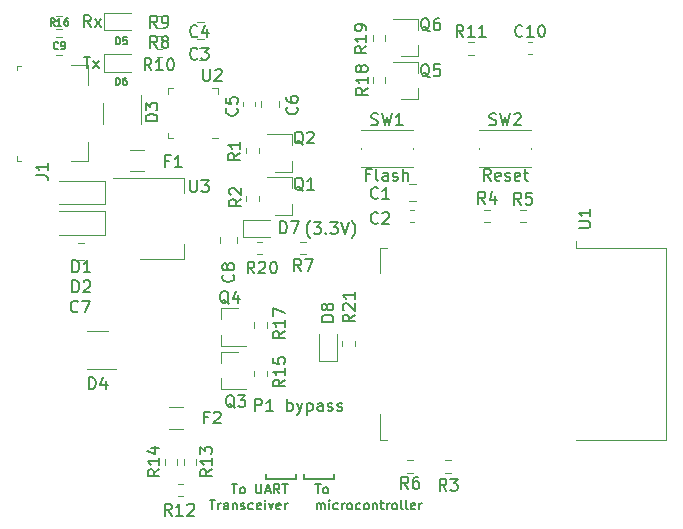
<source format=gbr>
%TF.GenerationSoftware,KiCad,Pcbnew,5.1.12-1.fc35*%
%TF.CreationDate,2021-12-21T00:05:04+01:00*%
%TF.ProjectId,smartmeterreader,736d6172-746d-4657-9465-727265616465,rev?*%
%TF.SameCoordinates,Original*%
%TF.FileFunction,Legend,Top*%
%TF.FilePolarity,Positive*%
%FSLAX46Y46*%
G04 Gerber Fmt 4.6, Leading zero omitted, Abs format (unit mm)*
G04 Created by KiCad (PCBNEW 5.1.12-1.fc35) date 2021-12-21 00:05:04*
%MOMM*%
%LPD*%
G01*
G04 APERTURE LIST*
%ADD10C,0.150000*%
%ADD11C,0.200000*%
%ADD12C,0.120000*%
%ADD13C,0.100000*%
G04 APERTURE END LIST*
D10*
X160261904Y-89202380D02*
X159928571Y-88726190D01*
X159690476Y-89202380D02*
X159690476Y-88202380D01*
X160071428Y-88202380D01*
X160166666Y-88250000D01*
X160214285Y-88297619D01*
X160261904Y-88392857D01*
X160261904Y-88535714D01*
X160214285Y-88630952D01*
X160166666Y-88678571D01*
X160071428Y-88726190D01*
X159690476Y-88726190D01*
X161071428Y-89154761D02*
X160976190Y-89202380D01*
X160785714Y-89202380D01*
X160690476Y-89154761D01*
X160642857Y-89059523D01*
X160642857Y-88678571D01*
X160690476Y-88583333D01*
X160785714Y-88535714D01*
X160976190Y-88535714D01*
X161071428Y-88583333D01*
X161119047Y-88678571D01*
X161119047Y-88773809D01*
X160642857Y-88869047D01*
X161500000Y-89154761D02*
X161595238Y-89202380D01*
X161785714Y-89202380D01*
X161880952Y-89154761D01*
X161928571Y-89059523D01*
X161928571Y-89011904D01*
X161880952Y-88916666D01*
X161785714Y-88869047D01*
X161642857Y-88869047D01*
X161547619Y-88821428D01*
X161500000Y-88726190D01*
X161500000Y-88678571D01*
X161547619Y-88583333D01*
X161642857Y-88535714D01*
X161785714Y-88535714D01*
X161880952Y-88583333D01*
X162738095Y-89154761D02*
X162642857Y-89202380D01*
X162452380Y-89202380D01*
X162357142Y-89154761D01*
X162309523Y-89059523D01*
X162309523Y-88678571D01*
X162357142Y-88583333D01*
X162452380Y-88535714D01*
X162642857Y-88535714D01*
X162738095Y-88583333D01*
X162785714Y-88678571D01*
X162785714Y-88773809D01*
X162309523Y-88869047D01*
X163071428Y-88535714D02*
X163452380Y-88535714D01*
X163214285Y-88202380D02*
X163214285Y-89059523D01*
X163261904Y-89154761D01*
X163357142Y-89202380D01*
X163452380Y-89202380D01*
X150071428Y-88678571D02*
X149738095Y-88678571D01*
X149738095Y-89202380D02*
X149738095Y-88202380D01*
X150214285Y-88202380D01*
X150738095Y-89202380D02*
X150642857Y-89154761D01*
X150595238Y-89059523D01*
X150595238Y-88202380D01*
X151547619Y-89202380D02*
X151547619Y-88678571D01*
X151500000Y-88583333D01*
X151404761Y-88535714D01*
X151214285Y-88535714D01*
X151119047Y-88583333D01*
X151547619Y-89154761D02*
X151452380Y-89202380D01*
X151214285Y-89202380D01*
X151119047Y-89154761D01*
X151071428Y-89059523D01*
X151071428Y-88964285D01*
X151119047Y-88869047D01*
X151214285Y-88821428D01*
X151452380Y-88821428D01*
X151547619Y-88773809D01*
X151976190Y-89154761D02*
X152071428Y-89202380D01*
X152261904Y-89202380D01*
X152357142Y-89154761D01*
X152404761Y-89059523D01*
X152404761Y-89011904D01*
X152357142Y-88916666D01*
X152261904Y-88869047D01*
X152119047Y-88869047D01*
X152023809Y-88821428D01*
X151976190Y-88726190D01*
X151976190Y-88678571D01*
X152023809Y-88583333D01*
X152119047Y-88535714D01*
X152261904Y-88535714D01*
X152357142Y-88583333D01*
X152833333Y-89202380D02*
X152833333Y-88202380D01*
X153261904Y-89202380D02*
X153261904Y-88678571D01*
X153214285Y-88583333D01*
X153119047Y-88535714D01*
X152976190Y-88535714D01*
X152880952Y-88583333D01*
X152833333Y-88630952D01*
X125809523Y-78702380D02*
X126380952Y-78702380D01*
X126095238Y-79702380D02*
X126095238Y-78702380D01*
X126619047Y-79702380D02*
X127142857Y-79035714D01*
X126619047Y-79035714D02*
X127142857Y-79702380D01*
X126404761Y-76202380D02*
X126071428Y-75726190D01*
X125833333Y-76202380D02*
X125833333Y-75202380D01*
X126214285Y-75202380D01*
X126309523Y-75250000D01*
X126357142Y-75297619D01*
X126404761Y-75392857D01*
X126404761Y-75535714D01*
X126357142Y-75630952D01*
X126309523Y-75678571D01*
X126214285Y-75726190D01*
X125833333Y-75726190D01*
X126738095Y-76202380D02*
X127261904Y-75535714D01*
X126738095Y-75535714D02*
X127261904Y-76202380D01*
D11*
X141250000Y-114000000D02*
X141250000Y-114500000D01*
X141250000Y-114500000D02*
X143750000Y-114500000D01*
X143750000Y-114500000D02*
X143750000Y-114000000D01*
X147000000Y-114500000D02*
X147000000Y-114000000D01*
X144500000Y-114500000D02*
X147000000Y-114500000D01*
X144500000Y-114000000D02*
X144500000Y-114500000D01*
D10*
X145423690Y-114886904D02*
X145880833Y-114886904D01*
X145652261Y-115686904D02*
X145652261Y-114886904D01*
X146261785Y-115686904D02*
X146185595Y-115648809D01*
X146147500Y-115610714D01*
X146109404Y-115534523D01*
X146109404Y-115305952D01*
X146147500Y-115229761D01*
X146185595Y-115191666D01*
X146261785Y-115153571D01*
X146376071Y-115153571D01*
X146452261Y-115191666D01*
X146490357Y-115229761D01*
X146528452Y-115305952D01*
X146528452Y-115534523D01*
X146490357Y-115610714D01*
X146452261Y-115648809D01*
X146376071Y-115686904D01*
X146261785Y-115686904D01*
X145537976Y-117036904D02*
X145537976Y-116503571D01*
X145537976Y-116579761D02*
X145576071Y-116541666D01*
X145652261Y-116503571D01*
X145766547Y-116503571D01*
X145842738Y-116541666D01*
X145880833Y-116617857D01*
X145880833Y-117036904D01*
X145880833Y-116617857D02*
X145918928Y-116541666D01*
X145995119Y-116503571D01*
X146109404Y-116503571D01*
X146185595Y-116541666D01*
X146223690Y-116617857D01*
X146223690Y-117036904D01*
X146604642Y-117036904D02*
X146604642Y-116503571D01*
X146604642Y-116236904D02*
X146566547Y-116275000D01*
X146604642Y-116313095D01*
X146642738Y-116275000D01*
X146604642Y-116236904D01*
X146604642Y-116313095D01*
X147328452Y-116998809D02*
X147252261Y-117036904D01*
X147099880Y-117036904D01*
X147023690Y-116998809D01*
X146985595Y-116960714D01*
X146947500Y-116884523D01*
X146947500Y-116655952D01*
X146985595Y-116579761D01*
X147023690Y-116541666D01*
X147099880Y-116503571D01*
X147252261Y-116503571D01*
X147328452Y-116541666D01*
X147671309Y-117036904D02*
X147671309Y-116503571D01*
X147671309Y-116655952D02*
X147709404Y-116579761D01*
X147747500Y-116541666D01*
X147823690Y-116503571D01*
X147899880Y-116503571D01*
X148280833Y-117036904D02*
X148204642Y-116998809D01*
X148166547Y-116960714D01*
X148128452Y-116884523D01*
X148128452Y-116655952D01*
X148166547Y-116579761D01*
X148204642Y-116541666D01*
X148280833Y-116503571D01*
X148395119Y-116503571D01*
X148471309Y-116541666D01*
X148509404Y-116579761D01*
X148547500Y-116655952D01*
X148547500Y-116884523D01*
X148509404Y-116960714D01*
X148471309Y-116998809D01*
X148395119Y-117036904D01*
X148280833Y-117036904D01*
X149233214Y-116998809D02*
X149157023Y-117036904D01*
X149004642Y-117036904D01*
X148928452Y-116998809D01*
X148890357Y-116960714D01*
X148852261Y-116884523D01*
X148852261Y-116655952D01*
X148890357Y-116579761D01*
X148928452Y-116541666D01*
X149004642Y-116503571D01*
X149157023Y-116503571D01*
X149233214Y-116541666D01*
X149690357Y-117036904D02*
X149614166Y-116998809D01*
X149576071Y-116960714D01*
X149537976Y-116884523D01*
X149537976Y-116655952D01*
X149576071Y-116579761D01*
X149614166Y-116541666D01*
X149690357Y-116503571D01*
X149804642Y-116503571D01*
X149880833Y-116541666D01*
X149918928Y-116579761D01*
X149957023Y-116655952D01*
X149957023Y-116884523D01*
X149918928Y-116960714D01*
X149880833Y-116998809D01*
X149804642Y-117036904D01*
X149690357Y-117036904D01*
X150299880Y-116503571D02*
X150299880Y-117036904D01*
X150299880Y-116579761D02*
X150337976Y-116541666D01*
X150414166Y-116503571D01*
X150528452Y-116503571D01*
X150604642Y-116541666D01*
X150642738Y-116617857D01*
X150642738Y-117036904D01*
X150909404Y-116503571D02*
X151214166Y-116503571D01*
X151023690Y-116236904D02*
X151023690Y-116922619D01*
X151061785Y-116998809D01*
X151137976Y-117036904D01*
X151214166Y-117036904D01*
X151480833Y-117036904D02*
X151480833Y-116503571D01*
X151480833Y-116655952D02*
X151518928Y-116579761D01*
X151557023Y-116541666D01*
X151633214Y-116503571D01*
X151709404Y-116503571D01*
X152090357Y-117036904D02*
X152014166Y-116998809D01*
X151976071Y-116960714D01*
X151937976Y-116884523D01*
X151937976Y-116655952D01*
X151976071Y-116579761D01*
X152014166Y-116541666D01*
X152090357Y-116503571D01*
X152204642Y-116503571D01*
X152280833Y-116541666D01*
X152318928Y-116579761D01*
X152357023Y-116655952D01*
X152357023Y-116884523D01*
X152318928Y-116960714D01*
X152280833Y-116998809D01*
X152204642Y-117036904D01*
X152090357Y-117036904D01*
X152814166Y-117036904D02*
X152737976Y-116998809D01*
X152699880Y-116922619D01*
X152699880Y-116236904D01*
X153233214Y-117036904D02*
X153157023Y-116998809D01*
X153118928Y-116922619D01*
X153118928Y-116236904D01*
X153842738Y-116998809D02*
X153766547Y-117036904D01*
X153614166Y-117036904D01*
X153537976Y-116998809D01*
X153499880Y-116922619D01*
X153499880Y-116617857D01*
X153537976Y-116541666D01*
X153614166Y-116503571D01*
X153766547Y-116503571D01*
X153842738Y-116541666D01*
X153880833Y-116617857D01*
X153880833Y-116694047D01*
X153499880Y-116770238D01*
X154223690Y-117036904D02*
X154223690Y-116503571D01*
X154223690Y-116655952D02*
X154261785Y-116579761D01*
X154299880Y-116541666D01*
X154376071Y-116503571D01*
X154452261Y-116503571D01*
X138352500Y-114886904D02*
X138809642Y-114886904D01*
X138581071Y-115686904D02*
X138581071Y-114886904D01*
X139190595Y-115686904D02*
X139114404Y-115648809D01*
X139076309Y-115610714D01*
X139038214Y-115534523D01*
X139038214Y-115305952D01*
X139076309Y-115229761D01*
X139114404Y-115191666D01*
X139190595Y-115153571D01*
X139304880Y-115153571D01*
X139381071Y-115191666D01*
X139419166Y-115229761D01*
X139457261Y-115305952D01*
X139457261Y-115534523D01*
X139419166Y-115610714D01*
X139381071Y-115648809D01*
X139304880Y-115686904D01*
X139190595Y-115686904D01*
X140409642Y-114886904D02*
X140409642Y-115534523D01*
X140447738Y-115610714D01*
X140485833Y-115648809D01*
X140562023Y-115686904D01*
X140714404Y-115686904D01*
X140790595Y-115648809D01*
X140828690Y-115610714D01*
X140866785Y-115534523D01*
X140866785Y-114886904D01*
X141209642Y-115458333D02*
X141590595Y-115458333D01*
X141133452Y-115686904D02*
X141400119Y-114886904D01*
X141666785Y-115686904D01*
X142390595Y-115686904D02*
X142123928Y-115305952D01*
X141933452Y-115686904D02*
X141933452Y-114886904D01*
X142238214Y-114886904D01*
X142314404Y-114925000D01*
X142352500Y-114963095D01*
X142390595Y-115039285D01*
X142390595Y-115153571D01*
X142352500Y-115229761D01*
X142314404Y-115267857D01*
X142238214Y-115305952D01*
X141933452Y-115305952D01*
X142619166Y-114886904D02*
X143076309Y-114886904D01*
X142847738Y-115686904D02*
X142847738Y-114886904D01*
X136485833Y-116236904D02*
X136942976Y-116236904D01*
X136714404Y-117036904D02*
X136714404Y-116236904D01*
X137209642Y-117036904D02*
X137209642Y-116503571D01*
X137209642Y-116655952D02*
X137247738Y-116579761D01*
X137285833Y-116541666D01*
X137362023Y-116503571D01*
X137438214Y-116503571D01*
X138047738Y-117036904D02*
X138047738Y-116617857D01*
X138009642Y-116541666D01*
X137933452Y-116503571D01*
X137781071Y-116503571D01*
X137704880Y-116541666D01*
X138047738Y-116998809D02*
X137971547Y-117036904D01*
X137781071Y-117036904D01*
X137704880Y-116998809D01*
X137666785Y-116922619D01*
X137666785Y-116846428D01*
X137704880Y-116770238D01*
X137781071Y-116732142D01*
X137971547Y-116732142D01*
X138047738Y-116694047D01*
X138428690Y-116503571D02*
X138428690Y-117036904D01*
X138428690Y-116579761D02*
X138466785Y-116541666D01*
X138542976Y-116503571D01*
X138657261Y-116503571D01*
X138733452Y-116541666D01*
X138771547Y-116617857D01*
X138771547Y-117036904D01*
X139114404Y-116998809D02*
X139190595Y-117036904D01*
X139342976Y-117036904D01*
X139419166Y-116998809D01*
X139457261Y-116922619D01*
X139457261Y-116884523D01*
X139419166Y-116808333D01*
X139342976Y-116770238D01*
X139228690Y-116770238D01*
X139152500Y-116732142D01*
X139114404Y-116655952D01*
X139114404Y-116617857D01*
X139152500Y-116541666D01*
X139228690Y-116503571D01*
X139342976Y-116503571D01*
X139419166Y-116541666D01*
X140142976Y-116998809D02*
X140066785Y-117036904D01*
X139914404Y-117036904D01*
X139838214Y-116998809D01*
X139800119Y-116960714D01*
X139762023Y-116884523D01*
X139762023Y-116655952D01*
X139800119Y-116579761D01*
X139838214Y-116541666D01*
X139914404Y-116503571D01*
X140066785Y-116503571D01*
X140142976Y-116541666D01*
X140790595Y-116998809D02*
X140714404Y-117036904D01*
X140562023Y-117036904D01*
X140485833Y-116998809D01*
X140447738Y-116922619D01*
X140447738Y-116617857D01*
X140485833Y-116541666D01*
X140562023Y-116503571D01*
X140714404Y-116503571D01*
X140790595Y-116541666D01*
X140828690Y-116617857D01*
X140828690Y-116694047D01*
X140447738Y-116770238D01*
X141171547Y-117036904D02*
X141171547Y-116503571D01*
X141171547Y-116236904D02*
X141133452Y-116275000D01*
X141171547Y-116313095D01*
X141209642Y-116275000D01*
X141171547Y-116236904D01*
X141171547Y-116313095D01*
X141476309Y-116503571D02*
X141666785Y-117036904D01*
X141857261Y-116503571D01*
X142466785Y-116998809D02*
X142390595Y-117036904D01*
X142238214Y-117036904D01*
X142162023Y-116998809D01*
X142123928Y-116922619D01*
X142123928Y-116617857D01*
X142162023Y-116541666D01*
X142238214Y-116503571D01*
X142390595Y-116503571D01*
X142466785Y-116541666D01*
X142504880Y-116617857D01*
X142504880Y-116694047D01*
X142123928Y-116770238D01*
X142847738Y-117036904D02*
X142847738Y-116503571D01*
X142847738Y-116655952D02*
X142885833Y-116579761D01*
X142923928Y-116541666D01*
X143000119Y-116503571D01*
X143076309Y-116503571D01*
X140333333Y-108702380D02*
X140333333Y-107702380D01*
X140714285Y-107702380D01*
X140809523Y-107750000D01*
X140857142Y-107797619D01*
X140904761Y-107892857D01*
X140904761Y-108035714D01*
X140857142Y-108130952D01*
X140809523Y-108178571D01*
X140714285Y-108226190D01*
X140333333Y-108226190D01*
X141857142Y-108702380D02*
X141285714Y-108702380D01*
X141571428Y-108702380D02*
X141571428Y-107702380D01*
X141476190Y-107845238D01*
X141380952Y-107940476D01*
X141285714Y-107988095D01*
X143047619Y-108702380D02*
X143047619Y-107702380D01*
X143047619Y-108083333D02*
X143142857Y-108035714D01*
X143333333Y-108035714D01*
X143428571Y-108083333D01*
X143476190Y-108130952D01*
X143523809Y-108226190D01*
X143523809Y-108511904D01*
X143476190Y-108607142D01*
X143428571Y-108654761D01*
X143333333Y-108702380D01*
X143142857Y-108702380D01*
X143047619Y-108654761D01*
X143857142Y-108035714D02*
X144095238Y-108702380D01*
X144333333Y-108035714D02*
X144095238Y-108702380D01*
X144000000Y-108940476D01*
X143952380Y-108988095D01*
X143857142Y-109035714D01*
X144714285Y-108035714D02*
X144714285Y-109035714D01*
X144714285Y-108083333D02*
X144809523Y-108035714D01*
X145000000Y-108035714D01*
X145095238Y-108083333D01*
X145142857Y-108130952D01*
X145190476Y-108226190D01*
X145190476Y-108511904D01*
X145142857Y-108607142D01*
X145095238Y-108654761D01*
X145000000Y-108702380D01*
X144809523Y-108702380D01*
X144714285Y-108654761D01*
X146047619Y-108702380D02*
X146047619Y-108178571D01*
X146000000Y-108083333D01*
X145904761Y-108035714D01*
X145714285Y-108035714D01*
X145619047Y-108083333D01*
X146047619Y-108654761D02*
X145952380Y-108702380D01*
X145714285Y-108702380D01*
X145619047Y-108654761D01*
X145571428Y-108559523D01*
X145571428Y-108464285D01*
X145619047Y-108369047D01*
X145714285Y-108321428D01*
X145952380Y-108321428D01*
X146047619Y-108273809D01*
X146476190Y-108654761D02*
X146571428Y-108702380D01*
X146761904Y-108702380D01*
X146857142Y-108654761D01*
X146904761Y-108559523D01*
X146904761Y-108511904D01*
X146857142Y-108416666D01*
X146761904Y-108369047D01*
X146619047Y-108369047D01*
X146523809Y-108321428D01*
X146476190Y-108226190D01*
X146476190Y-108178571D01*
X146523809Y-108083333D01*
X146619047Y-108035714D01*
X146761904Y-108035714D01*
X146857142Y-108083333D01*
X147285714Y-108654761D02*
X147380952Y-108702380D01*
X147571428Y-108702380D01*
X147666666Y-108654761D01*
X147714285Y-108559523D01*
X147714285Y-108511904D01*
X147666666Y-108416666D01*
X147571428Y-108369047D01*
X147428571Y-108369047D01*
X147333333Y-108321428D01*
X147285714Y-108226190D01*
X147285714Y-108178571D01*
X147333333Y-108083333D01*
X147428571Y-108035714D01*
X147571428Y-108035714D01*
X147666666Y-108083333D01*
X144988095Y-94083333D02*
X144940476Y-94035714D01*
X144845238Y-93892857D01*
X144797619Y-93797619D01*
X144750000Y-93654761D01*
X144702380Y-93416666D01*
X144702380Y-93226190D01*
X144750000Y-92988095D01*
X144797619Y-92845238D01*
X144845238Y-92750000D01*
X144940476Y-92607142D01*
X144988095Y-92559523D01*
X145273809Y-92702380D02*
X145892857Y-92702380D01*
X145559523Y-93083333D01*
X145702380Y-93083333D01*
X145797619Y-93130952D01*
X145845238Y-93178571D01*
X145892857Y-93273809D01*
X145892857Y-93511904D01*
X145845238Y-93607142D01*
X145797619Y-93654761D01*
X145702380Y-93702380D01*
X145416666Y-93702380D01*
X145321428Y-93654761D01*
X145273809Y-93607142D01*
X146321428Y-93607142D02*
X146369047Y-93654761D01*
X146321428Y-93702380D01*
X146273809Y-93654761D01*
X146321428Y-93607142D01*
X146321428Y-93702380D01*
X146702380Y-92702380D02*
X147321428Y-92702380D01*
X146988095Y-93083333D01*
X147130952Y-93083333D01*
X147226190Y-93130952D01*
X147273809Y-93178571D01*
X147321428Y-93273809D01*
X147321428Y-93511904D01*
X147273809Y-93607142D01*
X147226190Y-93654761D01*
X147130952Y-93702380D01*
X146845238Y-93702380D01*
X146750000Y-93654761D01*
X146702380Y-93607142D01*
X147607142Y-92702380D02*
X147940476Y-93702380D01*
X148273809Y-92702380D01*
X148511904Y-94083333D02*
X148559523Y-94035714D01*
X148654761Y-93892857D01*
X148702380Y-93797619D01*
X148750000Y-93654761D01*
X148797619Y-93416666D01*
X148797619Y-93226190D01*
X148750000Y-92988095D01*
X148702380Y-92845238D01*
X148654761Y-92750000D01*
X148559523Y-92607142D01*
X148511904Y-92559523D01*
D12*
%TO.C,R21*%
X148772500Y-102762742D02*
X148772500Y-103237258D01*
X147727500Y-102762742D02*
X147727500Y-103237258D01*
%TO.C,R20*%
X140462742Y-94377500D02*
X140937258Y-94377500D01*
X140462742Y-95422500D02*
X140937258Y-95422500D01*
%TO.C,D8*%
X145765000Y-102200000D02*
X145765000Y-104485000D01*
X145765000Y-104485000D02*
X147235000Y-104485000D01*
X147235000Y-104485000D02*
X147235000Y-102200000D01*
%TO.C,D7*%
X141550000Y-92515000D02*
X139265000Y-92515000D01*
X139265000Y-92515000D02*
X139265000Y-93985000D01*
X139265000Y-93985000D02*
X141550000Y-93985000D01*
%TO.C,F2*%
X134202064Y-110210000D02*
X132997936Y-110210000D01*
X134202064Y-108390000D02*
X132997936Y-108390000D01*
%TO.C,F1*%
X130902064Y-88410000D02*
X129697936Y-88410000D01*
X130902064Y-86590000D02*
X129697936Y-86590000D01*
%TO.C,D1*%
X127650000Y-91200000D02*
X127650000Y-89200000D01*
X127650000Y-89200000D02*
X123750000Y-89200000D01*
X127650000Y-91200000D02*
X123750000Y-91200000D01*
%TO.C,SW2*%
X159300000Y-86550000D02*
X159300000Y-86450000D01*
X163700000Y-84950000D02*
X159300000Y-84950000D01*
X159300000Y-88050000D02*
X163700000Y-88050000D01*
X163700000Y-86550000D02*
X163700000Y-86450000D01*
%TO.C,SW1*%
X149300000Y-86550000D02*
X149300000Y-86450000D01*
X153700000Y-84950000D02*
X149300000Y-84950000D01*
X149300000Y-88050000D02*
X153700000Y-88050000D01*
X153700000Y-86550000D02*
X153700000Y-86450000D01*
%TO.C,C10*%
X163453733Y-77490000D02*
X163746267Y-77490000D01*
X163453733Y-78510000D02*
X163746267Y-78510000D01*
%TO.C,U3*%
X134310000Y-95810000D02*
X134310000Y-94550000D01*
X134310000Y-88990000D02*
X134310000Y-90250000D01*
X130550000Y-95810000D02*
X134310000Y-95810000D01*
X128300000Y-88990000D02*
X134310000Y-88990000D01*
%TO.C,U2*%
X133415000Y-85610000D02*
X132940000Y-85610000D01*
X132940000Y-85610000D02*
X132940000Y-85135000D01*
X136685000Y-81390000D02*
X137160000Y-81390000D01*
X137160000Y-81390000D02*
X137160000Y-81865000D01*
X133415000Y-81390000D02*
X132940000Y-81390000D01*
X132940000Y-81390000D02*
X132940000Y-81865000D01*
X136685000Y-85610000D02*
X137160000Y-85610000D01*
%TO.C,U1*%
X175120000Y-94880000D02*
X175120000Y-111120000D01*
X175120000Y-111120000D02*
X167500000Y-111120000D01*
X151500000Y-111120000D02*
X150880000Y-111120000D01*
X150880000Y-111120000D02*
X150880000Y-109000000D01*
X150880000Y-97000000D02*
X150880000Y-94880000D01*
X150880000Y-94880000D02*
X151500000Y-94880000D01*
X167500000Y-94880000D02*
X175120000Y-94880000D01*
X167500000Y-94880000D02*
X167500000Y-94270000D01*
%TO.C,R19*%
X150277500Y-77337258D02*
X150277500Y-76862742D01*
X151322500Y-77337258D02*
X151322500Y-76862742D01*
%TO.C,R18*%
X150277500Y-80937258D02*
X150277500Y-80462742D01*
X151322500Y-80937258D02*
X151322500Y-80462742D01*
%TO.C,R17*%
X140277500Y-101637258D02*
X140277500Y-101162742D01*
X141322500Y-101637258D02*
X141322500Y-101162742D01*
%TO.C,R16*%
X123512742Y-75277500D02*
X123987258Y-75277500D01*
X123512742Y-76322500D02*
X123987258Y-76322500D01*
%TO.C,R15*%
X141322500Y-105287742D02*
X141322500Y-105762258D01*
X140277500Y-105287742D02*
X140277500Y-105762258D01*
%TO.C,R14*%
X132677500Y-113237258D02*
X132677500Y-112762742D01*
X133722500Y-113237258D02*
X133722500Y-112762742D01*
%TO.C,R13*%
X135322500Y-112762742D02*
X135322500Y-113237258D01*
X134277500Y-112762742D02*
X134277500Y-113237258D01*
%TO.C,R12*%
X133762742Y-114877500D02*
X134237258Y-114877500D01*
X133762742Y-115922500D02*
X134237258Y-115922500D01*
%TO.C,R11*%
X158362742Y-77477500D02*
X158837258Y-77477500D01*
X158362742Y-78522500D02*
X158837258Y-78522500D01*
%TO.C,R10*%
X132487258Y-79772500D02*
X132012742Y-79772500D01*
X132487258Y-78727500D02*
X132012742Y-78727500D01*
%TO.C,R9*%
X132487258Y-76272500D02*
X132012742Y-76272500D01*
X132487258Y-75227500D02*
X132012742Y-75227500D01*
%TO.C,R8*%
X132487258Y-78022500D02*
X132012742Y-78022500D01*
X132487258Y-76977500D02*
X132012742Y-76977500D01*
%TO.C,R7*%
X144162742Y-94377500D02*
X144637258Y-94377500D01*
X144162742Y-95422500D02*
X144637258Y-95422500D01*
%TO.C,R6*%
X153687258Y-113922500D02*
X153212742Y-113922500D01*
X153687258Y-112877500D02*
X153212742Y-112877500D01*
%TO.C,R5*%
X162787742Y-91677500D02*
X163262258Y-91677500D01*
X162787742Y-92722500D02*
X163262258Y-92722500D01*
%TO.C,R4*%
X160212258Y-92722500D02*
X159737742Y-92722500D01*
X160212258Y-91677500D02*
X159737742Y-91677500D01*
%TO.C,R3*%
X156412742Y-112877500D02*
X156887258Y-112877500D01*
X156412742Y-113922500D02*
X156887258Y-113922500D01*
%TO.C,R2*%
X140622500Y-90462742D02*
X140622500Y-90937258D01*
X139577500Y-90462742D02*
X139577500Y-90937258D01*
%TO.C,R1*%
X139577500Y-86887258D02*
X139577500Y-86412742D01*
X140622500Y-86887258D02*
X140622500Y-86412742D01*
%TO.C,Q6*%
X154160000Y-78680000D02*
X154160000Y-77750000D01*
X154160000Y-75520000D02*
X154160000Y-76450000D01*
X154160000Y-75520000D02*
X152000000Y-75520000D01*
X154160000Y-78680000D02*
X152700000Y-78680000D01*
%TO.C,Q5*%
X154160000Y-82280000D02*
X154160000Y-81350000D01*
X154160000Y-79120000D02*
X154160000Y-80050000D01*
X154160000Y-79120000D02*
X152000000Y-79120000D01*
X154160000Y-82280000D02*
X152700000Y-82280000D01*
%TO.C,Q4*%
X137440000Y-100020000D02*
X137440000Y-100950000D01*
X137440000Y-103180000D02*
X137440000Y-102250000D01*
X137440000Y-103180000D02*
X139600000Y-103180000D01*
X137440000Y-100020000D02*
X138900000Y-100020000D01*
%TO.C,Q3*%
X137440000Y-103720000D02*
X137440000Y-104650000D01*
X137440000Y-106880000D02*
X137440000Y-105950000D01*
X137440000Y-106880000D02*
X139600000Y-106880000D01*
X137440000Y-103720000D02*
X138900000Y-103720000D01*
%TO.C,Q2*%
X143460000Y-88430000D02*
X143460000Y-87500000D01*
X143460000Y-85270000D02*
X143460000Y-86200000D01*
X143460000Y-85270000D02*
X141300000Y-85270000D01*
X143460000Y-88430000D02*
X142000000Y-88430000D01*
%TO.C,Q1*%
X143460000Y-92080000D02*
X143460000Y-91150000D01*
X143460000Y-88920000D02*
X143460000Y-89850000D01*
X143460000Y-88920000D02*
X141300000Y-88920000D01*
X143460000Y-92080000D02*
X142000000Y-92080000D01*
D13*
%TO.C,J1*%
X126200000Y-79450000D02*
X124750000Y-79450000D01*
X126210000Y-79450000D02*
X126210000Y-81100000D01*
X126220000Y-87560000D02*
X126220000Y-85900000D01*
X126220000Y-87560000D02*
X124750000Y-87560000D01*
X120540000Y-79486676D02*
X120160000Y-79486676D01*
X120160000Y-79486676D02*
X120160000Y-79856676D01*
X120158152Y-87514908D02*
X120158152Y-87144908D01*
X120538152Y-87514908D02*
X120158152Y-87514908D01*
D12*
%TO.C,D6*%
X129800000Y-78515000D02*
X127515000Y-78515000D01*
X127515000Y-78515000D02*
X127515000Y-79985000D01*
X127515000Y-79985000D02*
X129800000Y-79985000D01*
%TO.C,D5*%
X129800000Y-75015000D02*
X127515000Y-75015000D01*
X127515000Y-75015000D02*
X127515000Y-76485000D01*
X127515000Y-76485000D02*
X129800000Y-76485000D01*
%TO.C,D4*%
X127900000Y-101890000D02*
X126100000Y-101890000D01*
X126100000Y-105110000D02*
X128550000Y-105110000D01*
%TO.C,D3*%
X127490000Y-82600000D02*
X127490000Y-84400000D01*
X130710000Y-84400000D02*
X130710000Y-81950000D01*
%TO.C,D2*%
X127650000Y-93800000D02*
X127650000Y-91800000D01*
X127650000Y-91800000D02*
X123750000Y-91800000D01*
X127650000Y-93800000D02*
X123750000Y-93800000D01*
%TO.C,C9*%
X123488748Y-77065000D02*
X124011252Y-77065000D01*
X123488748Y-78535000D02*
X124011252Y-78535000D01*
%TO.C,C8*%
X137365000Y-94461252D02*
X137365000Y-93938748D01*
X138835000Y-94461252D02*
X138835000Y-93938748D01*
%TO.C,C7*%
X125338748Y-94465000D02*
X125861252Y-94465000D01*
X125338748Y-95935000D02*
X125861252Y-95935000D01*
%TO.C,C6*%
X142335000Y-82438748D02*
X142335000Y-82961252D01*
X140865000Y-82438748D02*
X140865000Y-82961252D01*
%TO.C,C5*%
X140310000Y-82553733D02*
X140310000Y-82846267D01*
X139290000Y-82553733D02*
X139290000Y-82846267D01*
%TO.C,C4*%
X135961252Y-77235000D02*
X135438748Y-77235000D01*
X135961252Y-75765000D02*
X135438748Y-75765000D01*
%TO.C,C3*%
X135896267Y-79010000D02*
X135603733Y-79010000D01*
X135896267Y-77990000D02*
X135603733Y-77990000D01*
%TO.C,C2*%
X153453733Y-91690000D02*
X153746267Y-91690000D01*
X153453733Y-92710000D02*
X153746267Y-92710000D01*
%TO.C,C1*%
X153388748Y-89465000D02*
X153911252Y-89465000D01*
X153388748Y-90935000D02*
X153911252Y-90935000D01*
%TO.C,R21*%
D10*
X148752380Y-100542857D02*
X148276190Y-100876190D01*
X148752380Y-101114285D02*
X147752380Y-101114285D01*
X147752380Y-100733333D01*
X147800000Y-100638095D01*
X147847619Y-100590476D01*
X147942857Y-100542857D01*
X148085714Y-100542857D01*
X148180952Y-100590476D01*
X148228571Y-100638095D01*
X148276190Y-100733333D01*
X148276190Y-101114285D01*
X147847619Y-100161904D02*
X147800000Y-100114285D01*
X147752380Y-100019047D01*
X147752380Y-99780952D01*
X147800000Y-99685714D01*
X147847619Y-99638095D01*
X147942857Y-99590476D01*
X148038095Y-99590476D01*
X148180952Y-99638095D01*
X148752380Y-100209523D01*
X148752380Y-99590476D01*
X148752380Y-98638095D02*
X148752380Y-99209523D01*
X148752380Y-98923809D02*
X147752380Y-98923809D01*
X147895238Y-99019047D01*
X147990476Y-99114285D01*
X148038095Y-99209523D01*
%TO.C,R20*%
X140257142Y-97052380D02*
X139923809Y-96576190D01*
X139685714Y-97052380D02*
X139685714Y-96052380D01*
X140066666Y-96052380D01*
X140161904Y-96100000D01*
X140209523Y-96147619D01*
X140257142Y-96242857D01*
X140257142Y-96385714D01*
X140209523Y-96480952D01*
X140161904Y-96528571D01*
X140066666Y-96576190D01*
X139685714Y-96576190D01*
X140638095Y-96147619D02*
X140685714Y-96100000D01*
X140780952Y-96052380D01*
X141019047Y-96052380D01*
X141114285Y-96100000D01*
X141161904Y-96147619D01*
X141209523Y-96242857D01*
X141209523Y-96338095D01*
X141161904Y-96480952D01*
X140590476Y-97052380D01*
X141209523Y-97052380D01*
X141828571Y-96052380D02*
X141923809Y-96052380D01*
X142019047Y-96100000D01*
X142066666Y-96147619D01*
X142114285Y-96242857D01*
X142161904Y-96433333D01*
X142161904Y-96671428D01*
X142114285Y-96861904D01*
X142066666Y-96957142D01*
X142019047Y-97004761D01*
X141923809Y-97052380D01*
X141828571Y-97052380D01*
X141733333Y-97004761D01*
X141685714Y-96957142D01*
X141638095Y-96861904D01*
X141590476Y-96671428D01*
X141590476Y-96433333D01*
X141638095Y-96242857D01*
X141685714Y-96147619D01*
X141733333Y-96100000D01*
X141828571Y-96052380D01*
%TO.C,D8*%
X146952380Y-101138095D02*
X145952380Y-101138095D01*
X145952380Y-100900000D01*
X146000000Y-100757142D01*
X146095238Y-100661904D01*
X146190476Y-100614285D01*
X146380952Y-100566666D01*
X146523809Y-100566666D01*
X146714285Y-100614285D01*
X146809523Y-100661904D01*
X146904761Y-100757142D01*
X146952380Y-100900000D01*
X146952380Y-101138095D01*
X146380952Y-99995238D02*
X146333333Y-100090476D01*
X146285714Y-100138095D01*
X146190476Y-100185714D01*
X146142857Y-100185714D01*
X146047619Y-100138095D01*
X146000000Y-100090476D01*
X145952380Y-99995238D01*
X145952380Y-99804761D01*
X146000000Y-99709523D01*
X146047619Y-99661904D01*
X146142857Y-99614285D01*
X146190476Y-99614285D01*
X146285714Y-99661904D01*
X146333333Y-99709523D01*
X146380952Y-99804761D01*
X146380952Y-99995238D01*
X146428571Y-100090476D01*
X146476190Y-100138095D01*
X146571428Y-100185714D01*
X146761904Y-100185714D01*
X146857142Y-100138095D01*
X146904761Y-100090476D01*
X146952380Y-99995238D01*
X146952380Y-99804761D01*
X146904761Y-99709523D01*
X146857142Y-99661904D01*
X146761904Y-99614285D01*
X146571428Y-99614285D01*
X146476190Y-99661904D01*
X146428571Y-99709523D01*
X146380952Y-99804761D01*
%TO.C,D7*%
X142461904Y-93652380D02*
X142461904Y-92652380D01*
X142700000Y-92652380D01*
X142842857Y-92700000D01*
X142938095Y-92795238D01*
X142985714Y-92890476D01*
X143033333Y-93080952D01*
X143033333Y-93223809D01*
X142985714Y-93414285D01*
X142938095Y-93509523D01*
X142842857Y-93604761D01*
X142700000Y-93652380D01*
X142461904Y-93652380D01*
X143366666Y-92652380D02*
X144033333Y-92652380D01*
X143604761Y-93652380D01*
%TO.C,F2*%
X136366666Y-109228571D02*
X136033333Y-109228571D01*
X136033333Y-109752380D02*
X136033333Y-108752380D01*
X136509523Y-108752380D01*
X136842857Y-108847619D02*
X136890476Y-108800000D01*
X136985714Y-108752380D01*
X137223809Y-108752380D01*
X137319047Y-108800000D01*
X137366666Y-108847619D01*
X137414285Y-108942857D01*
X137414285Y-109038095D01*
X137366666Y-109180952D01*
X136795238Y-109752380D01*
X137414285Y-109752380D01*
%TO.C,F1*%
X133066666Y-87528571D02*
X132733333Y-87528571D01*
X132733333Y-88052380D02*
X132733333Y-87052380D01*
X133209523Y-87052380D01*
X134114285Y-88052380D02*
X133542857Y-88052380D01*
X133828571Y-88052380D02*
X133828571Y-87052380D01*
X133733333Y-87195238D01*
X133638095Y-87290476D01*
X133542857Y-87338095D01*
%TO.C,D1*%
X124861904Y-96952380D02*
X124861904Y-95952380D01*
X125100000Y-95952380D01*
X125242857Y-96000000D01*
X125338095Y-96095238D01*
X125385714Y-96190476D01*
X125433333Y-96380952D01*
X125433333Y-96523809D01*
X125385714Y-96714285D01*
X125338095Y-96809523D01*
X125242857Y-96904761D01*
X125100000Y-96952380D01*
X124861904Y-96952380D01*
X126385714Y-96952380D02*
X125814285Y-96952380D01*
X126100000Y-96952380D02*
X126100000Y-95952380D01*
X126004761Y-96095238D01*
X125909523Y-96190476D01*
X125814285Y-96238095D01*
%TO.C,SW2*%
X160166666Y-84454761D02*
X160309523Y-84502380D01*
X160547619Y-84502380D01*
X160642857Y-84454761D01*
X160690476Y-84407142D01*
X160738095Y-84311904D01*
X160738095Y-84216666D01*
X160690476Y-84121428D01*
X160642857Y-84073809D01*
X160547619Y-84026190D01*
X160357142Y-83978571D01*
X160261904Y-83930952D01*
X160214285Y-83883333D01*
X160166666Y-83788095D01*
X160166666Y-83692857D01*
X160214285Y-83597619D01*
X160261904Y-83550000D01*
X160357142Y-83502380D01*
X160595238Y-83502380D01*
X160738095Y-83550000D01*
X161071428Y-83502380D02*
X161309523Y-84502380D01*
X161500000Y-83788095D01*
X161690476Y-84502380D01*
X161928571Y-83502380D01*
X162261904Y-83597619D02*
X162309523Y-83550000D01*
X162404761Y-83502380D01*
X162642857Y-83502380D01*
X162738095Y-83550000D01*
X162785714Y-83597619D01*
X162833333Y-83692857D01*
X162833333Y-83788095D01*
X162785714Y-83930952D01*
X162214285Y-84502380D01*
X162833333Y-84502380D01*
%TO.C,SW1*%
X150166666Y-84454761D02*
X150309523Y-84502380D01*
X150547619Y-84502380D01*
X150642857Y-84454761D01*
X150690476Y-84407142D01*
X150738095Y-84311904D01*
X150738095Y-84216666D01*
X150690476Y-84121428D01*
X150642857Y-84073809D01*
X150547619Y-84026190D01*
X150357142Y-83978571D01*
X150261904Y-83930952D01*
X150214285Y-83883333D01*
X150166666Y-83788095D01*
X150166666Y-83692857D01*
X150214285Y-83597619D01*
X150261904Y-83550000D01*
X150357142Y-83502380D01*
X150595238Y-83502380D01*
X150738095Y-83550000D01*
X151071428Y-83502380D02*
X151309523Y-84502380D01*
X151500000Y-83788095D01*
X151690476Y-84502380D01*
X151928571Y-83502380D01*
X152833333Y-84502380D02*
X152261904Y-84502380D01*
X152547619Y-84502380D02*
X152547619Y-83502380D01*
X152452380Y-83645238D01*
X152357142Y-83740476D01*
X152261904Y-83788095D01*
%TO.C,C10*%
X162957142Y-76927142D02*
X162909523Y-76974761D01*
X162766666Y-77022380D01*
X162671428Y-77022380D01*
X162528571Y-76974761D01*
X162433333Y-76879523D01*
X162385714Y-76784285D01*
X162338095Y-76593809D01*
X162338095Y-76450952D01*
X162385714Y-76260476D01*
X162433333Y-76165238D01*
X162528571Y-76070000D01*
X162671428Y-76022380D01*
X162766666Y-76022380D01*
X162909523Y-76070000D01*
X162957142Y-76117619D01*
X163909523Y-77022380D02*
X163338095Y-77022380D01*
X163623809Y-77022380D02*
X163623809Y-76022380D01*
X163528571Y-76165238D01*
X163433333Y-76260476D01*
X163338095Y-76308095D01*
X164528571Y-76022380D02*
X164623809Y-76022380D01*
X164719047Y-76070000D01*
X164766666Y-76117619D01*
X164814285Y-76212857D01*
X164861904Y-76403333D01*
X164861904Y-76641428D01*
X164814285Y-76831904D01*
X164766666Y-76927142D01*
X164719047Y-76974761D01*
X164623809Y-77022380D01*
X164528571Y-77022380D01*
X164433333Y-76974761D01*
X164385714Y-76927142D01*
X164338095Y-76831904D01*
X164290476Y-76641428D01*
X164290476Y-76403333D01*
X164338095Y-76212857D01*
X164385714Y-76117619D01*
X164433333Y-76070000D01*
X164528571Y-76022380D01*
%TO.C,U3*%
X134838095Y-89152380D02*
X134838095Y-89961904D01*
X134885714Y-90057142D01*
X134933333Y-90104761D01*
X135028571Y-90152380D01*
X135219047Y-90152380D01*
X135314285Y-90104761D01*
X135361904Y-90057142D01*
X135409523Y-89961904D01*
X135409523Y-89152380D01*
X135790476Y-89152380D02*
X136409523Y-89152380D01*
X136076190Y-89533333D01*
X136219047Y-89533333D01*
X136314285Y-89580952D01*
X136361904Y-89628571D01*
X136409523Y-89723809D01*
X136409523Y-89961904D01*
X136361904Y-90057142D01*
X136314285Y-90104761D01*
X136219047Y-90152380D01*
X135933333Y-90152380D01*
X135838095Y-90104761D01*
X135790476Y-90057142D01*
%TO.C,U2*%
X135938095Y-79752380D02*
X135938095Y-80561904D01*
X135985714Y-80657142D01*
X136033333Y-80704761D01*
X136128571Y-80752380D01*
X136319047Y-80752380D01*
X136414285Y-80704761D01*
X136461904Y-80657142D01*
X136509523Y-80561904D01*
X136509523Y-79752380D01*
X136938095Y-79847619D02*
X136985714Y-79800000D01*
X137080952Y-79752380D01*
X137319047Y-79752380D01*
X137414285Y-79800000D01*
X137461904Y-79847619D01*
X137509523Y-79942857D01*
X137509523Y-80038095D01*
X137461904Y-80180952D01*
X136890476Y-80752380D01*
X137509523Y-80752380D01*
%TO.C,U1*%
X167712380Y-93201904D02*
X168521904Y-93201904D01*
X168617142Y-93154285D01*
X168664761Y-93106666D01*
X168712380Y-93011428D01*
X168712380Y-92820952D01*
X168664761Y-92725714D01*
X168617142Y-92678095D01*
X168521904Y-92630476D01*
X167712380Y-92630476D01*
X168712380Y-91630476D02*
X168712380Y-92201904D01*
X168712380Y-91916190D02*
X167712380Y-91916190D01*
X167855238Y-92011428D01*
X167950476Y-92106666D01*
X167998095Y-92201904D01*
%TO.C,R19*%
X149752380Y-77842857D02*
X149276190Y-78176190D01*
X149752380Y-78414285D02*
X148752380Y-78414285D01*
X148752380Y-78033333D01*
X148800000Y-77938095D01*
X148847619Y-77890476D01*
X148942857Y-77842857D01*
X149085714Y-77842857D01*
X149180952Y-77890476D01*
X149228571Y-77938095D01*
X149276190Y-78033333D01*
X149276190Y-78414285D01*
X149752380Y-76890476D02*
X149752380Y-77461904D01*
X149752380Y-77176190D02*
X148752380Y-77176190D01*
X148895238Y-77271428D01*
X148990476Y-77366666D01*
X149038095Y-77461904D01*
X149752380Y-76414285D02*
X149752380Y-76223809D01*
X149704761Y-76128571D01*
X149657142Y-76080952D01*
X149514285Y-75985714D01*
X149323809Y-75938095D01*
X148942857Y-75938095D01*
X148847619Y-75985714D01*
X148800000Y-76033333D01*
X148752380Y-76128571D01*
X148752380Y-76319047D01*
X148800000Y-76414285D01*
X148847619Y-76461904D01*
X148942857Y-76509523D01*
X149180952Y-76509523D01*
X149276190Y-76461904D01*
X149323809Y-76414285D01*
X149371428Y-76319047D01*
X149371428Y-76128571D01*
X149323809Y-76033333D01*
X149276190Y-75985714D01*
X149180952Y-75938095D01*
%TO.C,R18*%
X149852380Y-81342857D02*
X149376190Y-81676190D01*
X149852380Y-81914285D02*
X148852380Y-81914285D01*
X148852380Y-81533333D01*
X148900000Y-81438095D01*
X148947619Y-81390476D01*
X149042857Y-81342857D01*
X149185714Y-81342857D01*
X149280952Y-81390476D01*
X149328571Y-81438095D01*
X149376190Y-81533333D01*
X149376190Y-81914285D01*
X149852380Y-80390476D02*
X149852380Y-80961904D01*
X149852380Y-80676190D02*
X148852380Y-80676190D01*
X148995238Y-80771428D01*
X149090476Y-80866666D01*
X149138095Y-80961904D01*
X149280952Y-79819047D02*
X149233333Y-79914285D01*
X149185714Y-79961904D01*
X149090476Y-80009523D01*
X149042857Y-80009523D01*
X148947619Y-79961904D01*
X148900000Y-79914285D01*
X148852380Y-79819047D01*
X148852380Y-79628571D01*
X148900000Y-79533333D01*
X148947619Y-79485714D01*
X149042857Y-79438095D01*
X149090476Y-79438095D01*
X149185714Y-79485714D01*
X149233333Y-79533333D01*
X149280952Y-79628571D01*
X149280952Y-79819047D01*
X149328571Y-79914285D01*
X149376190Y-79961904D01*
X149471428Y-80009523D01*
X149661904Y-80009523D01*
X149757142Y-79961904D01*
X149804761Y-79914285D01*
X149852380Y-79819047D01*
X149852380Y-79628571D01*
X149804761Y-79533333D01*
X149757142Y-79485714D01*
X149661904Y-79438095D01*
X149471428Y-79438095D01*
X149376190Y-79485714D01*
X149328571Y-79533333D01*
X149280952Y-79628571D01*
%TO.C,R17*%
X142852380Y-101942857D02*
X142376190Y-102276190D01*
X142852380Y-102514285D02*
X141852380Y-102514285D01*
X141852380Y-102133333D01*
X141900000Y-102038095D01*
X141947619Y-101990476D01*
X142042857Y-101942857D01*
X142185714Y-101942857D01*
X142280952Y-101990476D01*
X142328571Y-102038095D01*
X142376190Y-102133333D01*
X142376190Y-102514285D01*
X142852380Y-100990476D02*
X142852380Y-101561904D01*
X142852380Y-101276190D02*
X141852380Y-101276190D01*
X141995238Y-101371428D01*
X142090476Y-101466666D01*
X142138095Y-101561904D01*
X141852380Y-100657142D02*
X141852380Y-99990476D01*
X142852380Y-100419047D01*
%TO.C,R16*%
X123364285Y-76071428D02*
X123164285Y-75785714D01*
X123021428Y-76071428D02*
X123021428Y-75471428D01*
X123250000Y-75471428D01*
X123307142Y-75500000D01*
X123335714Y-75528571D01*
X123364285Y-75585714D01*
X123364285Y-75671428D01*
X123335714Y-75728571D01*
X123307142Y-75757142D01*
X123250000Y-75785714D01*
X123021428Y-75785714D01*
X123935714Y-76071428D02*
X123592857Y-76071428D01*
X123764285Y-76071428D02*
X123764285Y-75471428D01*
X123707142Y-75557142D01*
X123650000Y-75614285D01*
X123592857Y-75642857D01*
X124450000Y-75471428D02*
X124335714Y-75471428D01*
X124278571Y-75500000D01*
X124250000Y-75528571D01*
X124192857Y-75614285D01*
X124164285Y-75728571D01*
X124164285Y-75957142D01*
X124192857Y-76014285D01*
X124221428Y-76042857D01*
X124278571Y-76071428D01*
X124392857Y-76071428D01*
X124450000Y-76042857D01*
X124478571Y-76014285D01*
X124507142Y-75957142D01*
X124507142Y-75814285D01*
X124478571Y-75757142D01*
X124450000Y-75728571D01*
X124392857Y-75700000D01*
X124278571Y-75700000D01*
X124221428Y-75728571D01*
X124192857Y-75757142D01*
X124164285Y-75814285D01*
%TO.C,R15*%
X142852380Y-106042857D02*
X142376190Y-106376190D01*
X142852380Y-106614285D02*
X141852380Y-106614285D01*
X141852380Y-106233333D01*
X141900000Y-106138095D01*
X141947619Y-106090476D01*
X142042857Y-106042857D01*
X142185714Y-106042857D01*
X142280952Y-106090476D01*
X142328571Y-106138095D01*
X142376190Y-106233333D01*
X142376190Y-106614285D01*
X142852380Y-105090476D02*
X142852380Y-105661904D01*
X142852380Y-105376190D02*
X141852380Y-105376190D01*
X141995238Y-105471428D01*
X142090476Y-105566666D01*
X142138095Y-105661904D01*
X141852380Y-104185714D02*
X141852380Y-104661904D01*
X142328571Y-104709523D01*
X142280952Y-104661904D01*
X142233333Y-104566666D01*
X142233333Y-104328571D01*
X142280952Y-104233333D01*
X142328571Y-104185714D01*
X142423809Y-104138095D01*
X142661904Y-104138095D01*
X142757142Y-104185714D01*
X142804761Y-104233333D01*
X142852380Y-104328571D01*
X142852380Y-104566666D01*
X142804761Y-104661904D01*
X142757142Y-104709523D01*
%TO.C,R14*%
X132222380Y-113642857D02*
X131746190Y-113976190D01*
X132222380Y-114214285D02*
X131222380Y-114214285D01*
X131222380Y-113833333D01*
X131270000Y-113738095D01*
X131317619Y-113690476D01*
X131412857Y-113642857D01*
X131555714Y-113642857D01*
X131650952Y-113690476D01*
X131698571Y-113738095D01*
X131746190Y-113833333D01*
X131746190Y-114214285D01*
X132222380Y-112690476D02*
X132222380Y-113261904D01*
X132222380Y-112976190D02*
X131222380Y-112976190D01*
X131365238Y-113071428D01*
X131460476Y-113166666D01*
X131508095Y-113261904D01*
X131555714Y-111833333D02*
X132222380Y-111833333D01*
X131174761Y-112071428D02*
X131889047Y-112309523D01*
X131889047Y-111690476D01*
%TO.C,R13*%
X136682380Y-113642857D02*
X136206190Y-113976190D01*
X136682380Y-114214285D02*
X135682380Y-114214285D01*
X135682380Y-113833333D01*
X135730000Y-113738095D01*
X135777619Y-113690476D01*
X135872857Y-113642857D01*
X136015714Y-113642857D01*
X136110952Y-113690476D01*
X136158571Y-113738095D01*
X136206190Y-113833333D01*
X136206190Y-114214285D01*
X136682380Y-112690476D02*
X136682380Y-113261904D01*
X136682380Y-112976190D02*
X135682380Y-112976190D01*
X135825238Y-113071428D01*
X135920476Y-113166666D01*
X135968095Y-113261904D01*
X135682380Y-112357142D02*
X135682380Y-111738095D01*
X136063333Y-112071428D01*
X136063333Y-111928571D01*
X136110952Y-111833333D01*
X136158571Y-111785714D01*
X136253809Y-111738095D01*
X136491904Y-111738095D01*
X136587142Y-111785714D01*
X136634761Y-111833333D01*
X136682380Y-111928571D01*
X136682380Y-112214285D01*
X136634761Y-112309523D01*
X136587142Y-112357142D01*
%TO.C,R12*%
X133257142Y-117552380D02*
X132923809Y-117076190D01*
X132685714Y-117552380D02*
X132685714Y-116552380D01*
X133066666Y-116552380D01*
X133161904Y-116600000D01*
X133209523Y-116647619D01*
X133257142Y-116742857D01*
X133257142Y-116885714D01*
X133209523Y-116980952D01*
X133161904Y-117028571D01*
X133066666Y-117076190D01*
X132685714Y-117076190D01*
X134209523Y-117552380D02*
X133638095Y-117552380D01*
X133923809Y-117552380D02*
X133923809Y-116552380D01*
X133828571Y-116695238D01*
X133733333Y-116790476D01*
X133638095Y-116838095D01*
X134590476Y-116647619D02*
X134638095Y-116600000D01*
X134733333Y-116552380D01*
X134971428Y-116552380D01*
X135066666Y-116600000D01*
X135114285Y-116647619D01*
X135161904Y-116742857D01*
X135161904Y-116838095D01*
X135114285Y-116980952D01*
X134542857Y-117552380D01*
X135161904Y-117552380D01*
%TO.C,R11*%
X157957142Y-77022380D02*
X157623809Y-76546190D01*
X157385714Y-77022380D02*
X157385714Y-76022380D01*
X157766666Y-76022380D01*
X157861904Y-76070000D01*
X157909523Y-76117619D01*
X157957142Y-76212857D01*
X157957142Y-76355714D01*
X157909523Y-76450952D01*
X157861904Y-76498571D01*
X157766666Y-76546190D01*
X157385714Y-76546190D01*
X158909523Y-77022380D02*
X158338095Y-77022380D01*
X158623809Y-77022380D02*
X158623809Y-76022380D01*
X158528571Y-76165238D01*
X158433333Y-76260476D01*
X158338095Y-76308095D01*
X159861904Y-77022380D02*
X159290476Y-77022380D01*
X159576190Y-77022380D02*
X159576190Y-76022380D01*
X159480952Y-76165238D01*
X159385714Y-76260476D01*
X159290476Y-76308095D01*
%TO.C,R10*%
X131557142Y-79852380D02*
X131223809Y-79376190D01*
X130985714Y-79852380D02*
X130985714Y-78852380D01*
X131366666Y-78852380D01*
X131461904Y-78900000D01*
X131509523Y-78947619D01*
X131557142Y-79042857D01*
X131557142Y-79185714D01*
X131509523Y-79280952D01*
X131461904Y-79328571D01*
X131366666Y-79376190D01*
X130985714Y-79376190D01*
X132509523Y-79852380D02*
X131938095Y-79852380D01*
X132223809Y-79852380D02*
X132223809Y-78852380D01*
X132128571Y-78995238D01*
X132033333Y-79090476D01*
X131938095Y-79138095D01*
X133128571Y-78852380D02*
X133223809Y-78852380D01*
X133319047Y-78900000D01*
X133366666Y-78947619D01*
X133414285Y-79042857D01*
X133461904Y-79233333D01*
X133461904Y-79471428D01*
X133414285Y-79661904D01*
X133366666Y-79757142D01*
X133319047Y-79804761D01*
X133223809Y-79852380D01*
X133128571Y-79852380D01*
X133033333Y-79804761D01*
X132985714Y-79757142D01*
X132938095Y-79661904D01*
X132890476Y-79471428D01*
X132890476Y-79233333D01*
X132938095Y-79042857D01*
X132985714Y-78947619D01*
X133033333Y-78900000D01*
X133128571Y-78852380D01*
%TO.C,R9*%
X132033333Y-76252380D02*
X131700000Y-75776190D01*
X131461904Y-76252380D02*
X131461904Y-75252380D01*
X131842857Y-75252380D01*
X131938095Y-75300000D01*
X131985714Y-75347619D01*
X132033333Y-75442857D01*
X132033333Y-75585714D01*
X131985714Y-75680952D01*
X131938095Y-75728571D01*
X131842857Y-75776190D01*
X131461904Y-75776190D01*
X132509523Y-76252380D02*
X132700000Y-76252380D01*
X132795238Y-76204761D01*
X132842857Y-76157142D01*
X132938095Y-76014285D01*
X132985714Y-75823809D01*
X132985714Y-75442857D01*
X132938095Y-75347619D01*
X132890476Y-75300000D01*
X132795238Y-75252380D01*
X132604761Y-75252380D01*
X132509523Y-75300000D01*
X132461904Y-75347619D01*
X132414285Y-75442857D01*
X132414285Y-75680952D01*
X132461904Y-75776190D01*
X132509523Y-75823809D01*
X132604761Y-75871428D01*
X132795238Y-75871428D01*
X132890476Y-75823809D01*
X132938095Y-75776190D01*
X132985714Y-75680952D01*
%TO.C,R8*%
X132033333Y-77952380D02*
X131700000Y-77476190D01*
X131461904Y-77952380D02*
X131461904Y-76952380D01*
X131842857Y-76952380D01*
X131938095Y-77000000D01*
X131985714Y-77047619D01*
X132033333Y-77142857D01*
X132033333Y-77285714D01*
X131985714Y-77380952D01*
X131938095Y-77428571D01*
X131842857Y-77476190D01*
X131461904Y-77476190D01*
X132604761Y-77380952D02*
X132509523Y-77333333D01*
X132461904Y-77285714D01*
X132414285Y-77190476D01*
X132414285Y-77142857D01*
X132461904Y-77047619D01*
X132509523Y-77000000D01*
X132604761Y-76952380D01*
X132795238Y-76952380D01*
X132890476Y-77000000D01*
X132938095Y-77047619D01*
X132985714Y-77142857D01*
X132985714Y-77190476D01*
X132938095Y-77285714D01*
X132890476Y-77333333D01*
X132795238Y-77380952D01*
X132604761Y-77380952D01*
X132509523Y-77428571D01*
X132461904Y-77476190D01*
X132414285Y-77571428D01*
X132414285Y-77761904D01*
X132461904Y-77857142D01*
X132509523Y-77904761D01*
X132604761Y-77952380D01*
X132795238Y-77952380D01*
X132890476Y-77904761D01*
X132938095Y-77857142D01*
X132985714Y-77761904D01*
X132985714Y-77571428D01*
X132938095Y-77476190D01*
X132890476Y-77428571D01*
X132795238Y-77380952D01*
%TO.C,R7*%
X144233333Y-96852380D02*
X143900000Y-96376190D01*
X143661904Y-96852380D02*
X143661904Y-95852380D01*
X144042857Y-95852380D01*
X144138095Y-95900000D01*
X144185714Y-95947619D01*
X144233333Y-96042857D01*
X144233333Y-96185714D01*
X144185714Y-96280952D01*
X144138095Y-96328571D01*
X144042857Y-96376190D01*
X143661904Y-96376190D01*
X144566666Y-95852380D02*
X145233333Y-95852380D01*
X144804761Y-96852380D01*
%TO.C,R6*%
X153283333Y-115282380D02*
X152950000Y-114806190D01*
X152711904Y-115282380D02*
X152711904Y-114282380D01*
X153092857Y-114282380D01*
X153188095Y-114330000D01*
X153235714Y-114377619D01*
X153283333Y-114472857D01*
X153283333Y-114615714D01*
X153235714Y-114710952D01*
X153188095Y-114758571D01*
X153092857Y-114806190D01*
X152711904Y-114806190D01*
X154140476Y-114282380D02*
X153950000Y-114282380D01*
X153854761Y-114330000D01*
X153807142Y-114377619D01*
X153711904Y-114520476D01*
X153664285Y-114710952D01*
X153664285Y-115091904D01*
X153711904Y-115187142D01*
X153759523Y-115234761D01*
X153854761Y-115282380D01*
X154045238Y-115282380D01*
X154140476Y-115234761D01*
X154188095Y-115187142D01*
X154235714Y-115091904D01*
X154235714Y-114853809D01*
X154188095Y-114758571D01*
X154140476Y-114710952D01*
X154045238Y-114663333D01*
X153854761Y-114663333D01*
X153759523Y-114710952D01*
X153711904Y-114758571D01*
X153664285Y-114853809D01*
%TO.C,R5*%
X162858333Y-91222380D02*
X162525000Y-90746190D01*
X162286904Y-91222380D02*
X162286904Y-90222380D01*
X162667857Y-90222380D01*
X162763095Y-90270000D01*
X162810714Y-90317619D01*
X162858333Y-90412857D01*
X162858333Y-90555714D01*
X162810714Y-90650952D01*
X162763095Y-90698571D01*
X162667857Y-90746190D01*
X162286904Y-90746190D01*
X163763095Y-90222380D02*
X163286904Y-90222380D01*
X163239285Y-90698571D01*
X163286904Y-90650952D01*
X163382142Y-90603333D01*
X163620238Y-90603333D01*
X163715476Y-90650952D01*
X163763095Y-90698571D01*
X163810714Y-90793809D01*
X163810714Y-91031904D01*
X163763095Y-91127142D01*
X163715476Y-91174761D01*
X163620238Y-91222380D01*
X163382142Y-91222380D01*
X163286904Y-91174761D01*
X163239285Y-91127142D01*
%TO.C,R4*%
X159808333Y-91152380D02*
X159475000Y-90676190D01*
X159236904Y-91152380D02*
X159236904Y-90152380D01*
X159617857Y-90152380D01*
X159713095Y-90200000D01*
X159760714Y-90247619D01*
X159808333Y-90342857D01*
X159808333Y-90485714D01*
X159760714Y-90580952D01*
X159713095Y-90628571D01*
X159617857Y-90676190D01*
X159236904Y-90676190D01*
X160665476Y-90485714D02*
X160665476Y-91152380D01*
X160427380Y-90104761D02*
X160189285Y-90819047D01*
X160808333Y-90819047D01*
%TO.C,R3*%
X156533333Y-115452380D02*
X156200000Y-114976190D01*
X155961904Y-115452380D02*
X155961904Y-114452380D01*
X156342857Y-114452380D01*
X156438095Y-114500000D01*
X156485714Y-114547619D01*
X156533333Y-114642857D01*
X156533333Y-114785714D01*
X156485714Y-114880952D01*
X156438095Y-114928571D01*
X156342857Y-114976190D01*
X155961904Y-114976190D01*
X156866666Y-114452380D02*
X157485714Y-114452380D01*
X157152380Y-114833333D01*
X157295238Y-114833333D01*
X157390476Y-114880952D01*
X157438095Y-114928571D01*
X157485714Y-115023809D01*
X157485714Y-115261904D01*
X157438095Y-115357142D01*
X157390476Y-115404761D01*
X157295238Y-115452380D01*
X157009523Y-115452380D01*
X156914285Y-115404761D01*
X156866666Y-115357142D01*
%TO.C,R2*%
X139152380Y-90766666D02*
X138676190Y-91100000D01*
X139152380Y-91338095D02*
X138152380Y-91338095D01*
X138152380Y-90957142D01*
X138200000Y-90861904D01*
X138247619Y-90814285D01*
X138342857Y-90766666D01*
X138485714Y-90766666D01*
X138580952Y-90814285D01*
X138628571Y-90861904D01*
X138676190Y-90957142D01*
X138676190Y-91338095D01*
X138247619Y-90385714D02*
X138200000Y-90338095D01*
X138152380Y-90242857D01*
X138152380Y-90004761D01*
X138200000Y-89909523D01*
X138247619Y-89861904D01*
X138342857Y-89814285D01*
X138438095Y-89814285D01*
X138580952Y-89861904D01*
X139152380Y-90433333D01*
X139152380Y-89814285D01*
%TO.C,R1*%
X139052380Y-86866666D02*
X138576190Y-87200000D01*
X139052380Y-87438095D02*
X138052380Y-87438095D01*
X138052380Y-87057142D01*
X138100000Y-86961904D01*
X138147619Y-86914285D01*
X138242857Y-86866666D01*
X138385714Y-86866666D01*
X138480952Y-86914285D01*
X138528571Y-86961904D01*
X138576190Y-87057142D01*
X138576190Y-87438095D01*
X139052380Y-85914285D02*
X139052380Y-86485714D01*
X139052380Y-86200000D02*
X138052380Y-86200000D01*
X138195238Y-86295238D01*
X138290476Y-86390476D01*
X138338095Y-86485714D01*
%TO.C,Q6*%
X155104761Y-76547619D02*
X155009523Y-76500000D01*
X154914285Y-76404761D01*
X154771428Y-76261904D01*
X154676190Y-76214285D01*
X154580952Y-76214285D01*
X154628571Y-76452380D02*
X154533333Y-76404761D01*
X154438095Y-76309523D01*
X154390476Y-76119047D01*
X154390476Y-75785714D01*
X154438095Y-75595238D01*
X154533333Y-75500000D01*
X154628571Y-75452380D01*
X154819047Y-75452380D01*
X154914285Y-75500000D01*
X155009523Y-75595238D01*
X155057142Y-75785714D01*
X155057142Y-76119047D01*
X155009523Y-76309523D01*
X154914285Y-76404761D01*
X154819047Y-76452380D01*
X154628571Y-76452380D01*
X155914285Y-75452380D02*
X155723809Y-75452380D01*
X155628571Y-75500000D01*
X155580952Y-75547619D01*
X155485714Y-75690476D01*
X155438095Y-75880952D01*
X155438095Y-76261904D01*
X155485714Y-76357142D01*
X155533333Y-76404761D01*
X155628571Y-76452380D01*
X155819047Y-76452380D01*
X155914285Y-76404761D01*
X155961904Y-76357142D01*
X156009523Y-76261904D01*
X156009523Y-76023809D01*
X155961904Y-75928571D01*
X155914285Y-75880952D01*
X155819047Y-75833333D01*
X155628571Y-75833333D01*
X155533333Y-75880952D01*
X155485714Y-75928571D01*
X155438095Y-76023809D01*
%TO.C,Q5*%
X155104761Y-80447619D02*
X155009523Y-80400000D01*
X154914285Y-80304761D01*
X154771428Y-80161904D01*
X154676190Y-80114285D01*
X154580952Y-80114285D01*
X154628571Y-80352380D02*
X154533333Y-80304761D01*
X154438095Y-80209523D01*
X154390476Y-80019047D01*
X154390476Y-79685714D01*
X154438095Y-79495238D01*
X154533333Y-79400000D01*
X154628571Y-79352380D01*
X154819047Y-79352380D01*
X154914285Y-79400000D01*
X155009523Y-79495238D01*
X155057142Y-79685714D01*
X155057142Y-80019047D01*
X155009523Y-80209523D01*
X154914285Y-80304761D01*
X154819047Y-80352380D01*
X154628571Y-80352380D01*
X155961904Y-79352380D02*
X155485714Y-79352380D01*
X155438095Y-79828571D01*
X155485714Y-79780952D01*
X155580952Y-79733333D01*
X155819047Y-79733333D01*
X155914285Y-79780952D01*
X155961904Y-79828571D01*
X156009523Y-79923809D01*
X156009523Y-80161904D01*
X155961904Y-80257142D01*
X155914285Y-80304761D01*
X155819047Y-80352380D01*
X155580952Y-80352380D01*
X155485714Y-80304761D01*
X155438095Y-80257142D01*
%TO.C,Q4*%
X138104761Y-99647619D02*
X138009523Y-99600000D01*
X137914285Y-99504761D01*
X137771428Y-99361904D01*
X137676190Y-99314285D01*
X137580952Y-99314285D01*
X137628571Y-99552380D02*
X137533333Y-99504761D01*
X137438095Y-99409523D01*
X137390476Y-99219047D01*
X137390476Y-98885714D01*
X137438095Y-98695238D01*
X137533333Y-98600000D01*
X137628571Y-98552380D01*
X137819047Y-98552380D01*
X137914285Y-98600000D01*
X138009523Y-98695238D01*
X138057142Y-98885714D01*
X138057142Y-99219047D01*
X138009523Y-99409523D01*
X137914285Y-99504761D01*
X137819047Y-99552380D01*
X137628571Y-99552380D01*
X138914285Y-98885714D02*
X138914285Y-99552380D01*
X138676190Y-98504761D02*
X138438095Y-99219047D01*
X139057142Y-99219047D01*
%TO.C,Q3*%
X138604761Y-108447619D02*
X138509523Y-108400000D01*
X138414285Y-108304761D01*
X138271428Y-108161904D01*
X138176190Y-108114285D01*
X138080952Y-108114285D01*
X138128571Y-108352380D02*
X138033333Y-108304761D01*
X137938095Y-108209523D01*
X137890476Y-108019047D01*
X137890476Y-107685714D01*
X137938095Y-107495238D01*
X138033333Y-107400000D01*
X138128571Y-107352380D01*
X138319047Y-107352380D01*
X138414285Y-107400000D01*
X138509523Y-107495238D01*
X138557142Y-107685714D01*
X138557142Y-108019047D01*
X138509523Y-108209523D01*
X138414285Y-108304761D01*
X138319047Y-108352380D01*
X138128571Y-108352380D01*
X138890476Y-107352380D02*
X139509523Y-107352380D01*
X139176190Y-107733333D01*
X139319047Y-107733333D01*
X139414285Y-107780952D01*
X139461904Y-107828571D01*
X139509523Y-107923809D01*
X139509523Y-108161904D01*
X139461904Y-108257142D01*
X139414285Y-108304761D01*
X139319047Y-108352380D01*
X139033333Y-108352380D01*
X138938095Y-108304761D01*
X138890476Y-108257142D01*
%TO.C,Q2*%
X144404761Y-86147619D02*
X144309523Y-86100000D01*
X144214285Y-86004761D01*
X144071428Y-85861904D01*
X143976190Y-85814285D01*
X143880952Y-85814285D01*
X143928571Y-86052380D02*
X143833333Y-86004761D01*
X143738095Y-85909523D01*
X143690476Y-85719047D01*
X143690476Y-85385714D01*
X143738095Y-85195238D01*
X143833333Y-85100000D01*
X143928571Y-85052380D01*
X144119047Y-85052380D01*
X144214285Y-85100000D01*
X144309523Y-85195238D01*
X144357142Y-85385714D01*
X144357142Y-85719047D01*
X144309523Y-85909523D01*
X144214285Y-86004761D01*
X144119047Y-86052380D01*
X143928571Y-86052380D01*
X144738095Y-85147619D02*
X144785714Y-85100000D01*
X144880952Y-85052380D01*
X145119047Y-85052380D01*
X145214285Y-85100000D01*
X145261904Y-85147619D01*
X145309523Y-85242857D01*
X145309523Y-85338095D01*
X145261904Y-85480952D01*
X144690476Y-86052380D01*
X145309523Y-86052380D01*
%TO.C,Q1*%
X144404761Y-90047619D02*
X144309523Y-90000000D01*
X144214285Y-89904761D01*
X144071428Y-89761904D01*
X143976190Y-89714285D01*
X143880952Y-89714285D01*
X143928571Y-89952380D02*
X143833333Y-89904761D01*
X143738095Y-89809523D01*
X143690476Y-89619047D01*
X143690476Y-89285714D01*
X143738095Y-89095238D01*
X143833333Y-89000000D01*
X143928571Y-88952380D01*
X144119047Y-88952380D01*
X144214285Y-89000000D01*
X144309523Y-89095238D01*
X144357142Y-89285714D01*
X144357142Y-89619047D01*
X144309523Y-89809523D01*
X144214285Y-89904761D01*
X144119047Y-89952380D01*
X143928571Y-89952380D01*
X145309523Y-89952380D02*
X144738095Y-89952380D01*
X145023809Y-89952380D02*
X145023809Y-88952380D01*
X144928571Y-89095238D01*
X144833333Y-89190476D01*
X144738095Y-89238095D01*
%TO.C,J1*%
X121752380Y-88733333D02*
X122466666Y-88733333D01*
X122609523Y-88780952D01*
X122704761Y-88876190D01*
X122752380Y-89019047D01*
X122752380Y-89114285D01*
X122752380Y-87733333D02*
X122752380Y-88304761D01*
X122752380Y-88019047D02*
X121752380Y-88019047D01*
X121895238Y-88114285D01*
X121990476Y-88209523D01*
X122038095Y-88304761D01*
%TO.C,D6*%
X128557142Y-81071428D02*
X128557142Y-80471428D01*
X128700000Y-80471428D01*
X128785714Y-80500000D01*
X128842857Y-80557142D01*
X128871428Y-80614285D01*
X128900000Y-80728571D01*
X128900000Y-80814285D01*
X128871428Y-80928571D01*
X128842857Y-80985714D01*
X128785714Y-81042857D01*
X128700000Y-81071428D01*
X128557142Y-81071428D01*
X129414285Y-80471428D02*
X129300000Y-80471428D01*
X129242857Y-80500000D01*
X129214285Y-80528571D01*
X129157142Y-80614285D01*
X129128571Y-80728571D01*
X129128571Y-80957142D01*
X129157142Y-81014285D01*
X129185714Y-81042857D01*
X129242857Y-81071428D01*
X129357142Y-81071428D01*
X129414285Y-81042857D01*
X129442857Y-81014285D01*
X129471428Y-80957142D01*
X129471428Y-80814285D01*
X129442857Y-80757142D01*
X129414285Y-80728571D01*
X129357142Y-80700000D01*
X129242857Y-80700000D01*
X129185714Y-80728571D01*
X129157142Y-80757142D01*
X129128571Y-80814285D01*
%TO.C,D5*%
X128557142Y-77671428D02*
X128557142Y-77071428D01*
X128700000Y-77071428D01*
X128785714Y-77100000D01*
X128842857Y-77157142D01*
X128871428Y-77214285D01*
X128900000Y-77328571D01*
X128900000Y-77414285D01*
X128871428Y-77528571D01*
X128842857Y-77585714D01*
X128785714Y-77642857D01*
X128700000Y-77671428D01*
X128557142Y-77671428D01*
X129442857Y-77071428D02*
X129157142Y-77071428D01*
X129128571Y-77357142D01*
X129157142Y-77328571D01*
X129214285Y-77300000D01*
X129357142Y-77300000D01*
X129414285Y-77328571D01*
X129442857Y-77357142D01*
X129471428Y-77414285D01*
X129471428Y-77557142D01*
X129442857Y-77614285D01*
X129414285Y-77642857D01*
X129357142Y-77671428D01*
X129214285Y-77671428D01*
X129157142Y-77642857D01*
X129128571Y-77614285D01*
%TO.C,D4*%
X126261904Y-106852380D02*
X126261904Y-105852380D01*
X126500000Y-105852380D01*
X126642857Y-105900000D01*
X126738095Y-105995238D01*
X126785714Y-106090476D01*
X126833333Y-106280952D01*
X126833333Y-106423809D01*
X126785714Y-106614285D01*
X126738095Y-106709523D01*
X126642857Y-106804761D01*
X126500000Y-106852380D01*
X126261904Y-106852380D01*
X127690476Y-106185714D02*
X127690476Y-106852380D01*
X127452380Y-105804761D02*
X127214285Y-106519047D01*
X127833333Y-106519047D01*
%TO.C,D3*%
X132052380Y-84138095D02*
X131052380Y-84138095D01*
X131052380Y-83900000D01*
X131100000Y-83757142D01*
X131195238Y-83661904D01*
X131290476Y-83614285D01*
X131480952Y-83566666D01*
X131623809Y-83566666D01*
X131814285Y-83614285D01*
X131909523Y-83661904D01*
X132004761Y-83757142D01*
X132052380Y-83900000D01*
X132052380Y-84138095D01*
X131052380Y-83233333D02*
X131052380Y-82614285D01*
X131433333Y-82947619D01*
X131433333Y-82804761D01*
X131480952Y-82709523D01*
X131528571Y-82661904D01*
X131623809Y-82614285D01*
X131861904Y-82614285D01*
X131957142Y-82661904D01*
X132004761Y-82709523D01*
X132052380Y-82804761D01*
X132052380Y-83090476D01*
X132004761Y-83185714D01*
X131957142Y-83233333D01*
%TO.C,D2*%
X124861904Y-98652380D02*
X124861904Y-97652380D01*
X125100000Y-97652380D01*
X125242857Y-97700000D01*
X125338095Y-97795238D01*
X125385714Y-97890476D01*
X125433333Y-98080952D01*
X125433333Y-98223809D01*
X125385714Y-98414285D01*
X125338095Y-98509523D01*
X125242857Y-98604761D01*
X125100000Y-98652380D01*
X124861904Y-98652380D01*
X125814285Y-97747619D02*
X125861904Y-97700000D01*
X125957142Y-97652380D01*
X126195238Y-97652380D01*
X126290476Y-97700000D01*
X126338095Y-97747619D01*
X126385714Y-97842857D01*
X126385714Y-97938095D01*
X126338095Y-98080952D01*
X125766666Y-98652380D01*
X126385714Y-98652380D01*
%TO.C,C9*%
X123650000Y-78014285D02*
X123621428Y-78042857D01*
X123535714Y-78071428D01*
X123478571Y-78071428D01*
X123392857Y-78042857D01*
X123335714Y-77985714D01*
X123307142Y-77928571D01*
X123278571Y-77814285D01*
X123278571Y-77728571D01*
X123307142Y-77614285D01*
X123335714Y-77557142D01*
X123392857Y-77500000D01*
X123478571Y-77471428D01*
X123535714Y-77471428D01*
X123621428Y-77500000D01*
X123650000Y-77528571D01*
X123935714Y-78071428D02*
X124050000Y-78071428D01*
X124107142Y-78042857D01*
X124135714Y-78014285D01*
X124192857Y-77928571D01*
X124221428Y-77814285D01*
X124221428Y-77585714D01*
X124192857Y-77528571D01*
X124164285Y-77500000D01*
X124107142Y-77471428D01*
X123992857Y-77471428D01*
X123935714Y-77500000D01*
X123907142Y-77528571D01*
X123878571Y-77585714D01*
X123878571Y-77728571D01*
X123907142Y-77785714D01*
X123935714Y-77814285D01*
X123992857Y-77842857D01*
X124107142Y-77842857D01*
X124164285Y-77814285D01*
X124192857Y-77785714D01*
X124221428Y-77728571D01*
%TO.C,C8*%
X138457142Y-97166666D02*
X138504761Y-97214285D01*
X138552380Y-97357142D01*
X138552380Y-97452380D01*
X138504761Y-97595238D01*
X138409523Y-97690476D01*
X138314285Y-97738095D01*
X138123809Y-97785714D01*
X137980952Y-97785714D01*
X137790476Y-97738095D01*
X137695238Y-97690476D01*
X137600000Y-97595238D01*
X137552380Y-97452380D01*
X137552380Y-97357142D01*
X137600000Y-97214285D01*
X137647619Y-97166666D01*
X137980952Y-96595238D02*
X137933333Y-96690476D01*
X137885714Y-96738095D01*
X137790476Y-96785714D01*
X137742857Y-96785714D01*
X137647619Y-96738095D01*
X137600000Y-96690476D01*
X137552380Y-96595238D01*
X137552380Y-96404761D01*
X137600000Y-96309523D01*
X137647619Y-96261904D01*
X137742857Y-96214285D01*
X137790476Y-96214285D01*
X137885714Y-96261904D01*
X137933333Y-96309523D01*
X137980952Y-96404761D01*
X137980952Y-96595238D01*
X138028571Y-96690476D01*
X138076190Y-96738095D01*
X138171428Y-96785714D01*
X138361904Y-96785714D01*
X138457142Y-96738095D01*
X138504761Y-96690476D01*
X138552380Y-96595238D01*
X138552380Y-96404761D01*
X138504761Y-96309523D01*
X138457142Y-96261904D01*
X138361904Y-96214285D01*
X138171428Y-96214285D01*
X138076190Y-96261904D01*
X138028571Y-96309523D01*
X137980952Y-96404761D01*
%TO.C,C7*%
X125333333Y-100257142D02*
X125285714Y-100304761D01*
X125142857Y-100352380D01*
X125047619Y-100352380D01*
X124904761Y-100304761D01*
X124809523Y-100209523D01*
X124761904Y-100114285D01*
X124714285Y-99923809D01*
X124714285Y-99780952D01*
X124761904Y-99590476D01*
X124809523Y-99495238D01*
X124904761Y-99400000D01*
X125047619Y-99352380D01*
X125142857Y-99352380D01*
X125285714Y-99400000D01*
X125333333Y-99447619D01*
X125666666Y-99352380D02*
X126333333Y-99352380D01*
X125904761Y-100352380D01*
%TO.C,C6*%
X143857142Y-82966666D02*
X143904761Y-83014285D01*
X143952380Y-83157142D01*
X143952380Y-83252380D01*
X143904761Y-83395238D01*
X143809523Y-83490476D01*
X143714285Y-83538095D01*
X143523809Y-83585714D01*
X143380952Y-83585714D01*
X143190476Y-83538095D01*
X143095238Y-83490476D01*
X143000000Y-83395238D01*
X142952380Y-83252380D01*
X142952380Y-83157142D01*
X143000000Y-83014285D01*
X143047619Y-82966666D01*
X142952380Y-82109523D02*
X142952380Y-82300000D01*
X143000000Y-82395238D01*
X143047619Y-82442857D01*
X143190476Y-82538095D01*
X143380952Y-82585714D01*
X143761904Y-82585714D01*
X143857142Y-82538095D01*
X143904761Y-82490476D01*
X143952380Y-82395238D01*
X143952380Y-82204761D01*
X143904761Y-82109523D01*
X143857142Y-82061904D01*
X143761904Y-82014285D01*
X143523809Y-82014285D01*
X143428571Y-82061904D01*
X143380952Y-82109523D01*
X143333333Y-82204761D01*
X143333333Y-82395238D01*
X143380952Y-82490476D01*
X143428571Y-82538095D01*
X143523809Y-82585714D01*
%TO.C,C5*%
X138757142Y-83066666D02*
X138804761Y-83114285D01*
X138852380Y-83257142D01*
X138852380Y-83352380D01*
X138804761Y-83495238D01*
X138709523Y-83590476D01*
X138614285Y-83638095D01*
X138423809Y-83685714D01*
X138280952Y-83685714D01*
X138090476Y-83638095D01*
X137995238Y-83590476D01*
X137900000Y-83495238D01*
X137852380Y-83352380D01*
X137852380Y-83257142D01*
X137900000Y-83114285D01*
X137947619Y-83066666D01*
X137852380Y-82161904D02*
X137852380Y-82638095D01*
X138328571Y-82685714D01*
X138280952Y-82638095D01*
X138233333Y-82542857D01*
X138233333Y-82304761D01*
X138280952Y-82209523D01*
X138328571Y-82161904D01*
X138423809Y-82114285D01*
X138661904Y-82114285D01*
X138757142Y-82161904D01*
X138804761Y-82209523D01*
X138852380Y-82304761D01*
X138852380Y-82542857D01*
X138804761Y-82638095D01*
X138757142Y-82685714D01*
%TO.C,C4*%
X135433333Y-76957142D02*
X135385714Y-77004761D01*
X135242857Y-77052380D01*
X135147619Y-77052380D01*
X135004761Y-77004761D01*
X134909523Y-76909523D01*
X134861904Y-76814285D01*
X134814285Y-76623809D01*
X134814285Y-76480952D01*
X134861904Y-76290476D01*
X134909523Y-76195238D01*
X135004761Y-76100000D01*
X135147619Y-76052380D01*
X135242857Y-76052380D01*
X135385714Y-76100000D01*
X135433333Y-76147619D01*
X136290476Y-76385714D02*
X136290476Y-77052380D01*
X136052380Y-76004761D02*
X135814285Y-76719047D01*
X136433333Y-76719047D01*
%TO.C,C3*%
X135433333Y-78857142D02*
X135385714Y-78904761D01*
X135242857Y-78952380D01*
X135147619Y-78952380D01*
X135004761Y-78904761D01*
X134909523Y-78809523D01*
X134861904Y-78714285D01*
X134814285Y-78523809D01*
X134814285Y-78380952D01*
X134861904Y-78190476D01*
X134909523Y-78095238D01*
X135004761Y-78000000D01*
X135147619Y-77952380D01*
X135242857Y-77952380D01*
X135385714Y-78000000D01*
X135433333Y-78047619D01*
X135766666Y-77952380D02*
X136385714Y-77952380D01*
X136052380Y-78333333D01*
X136195238Y-78333333D01*
X136290476Y-78380952D01*
X136338095Y-78428571D01*
X136385714Y-78523809D01*
X136385714Y-78761904D01*
X136338095Y-78857142D01*
X136290476Y-78904761D01*
X136195238Y-78952380D01*
X135909523Y-78952380D01*
X135814285Y-78904761D01*
X135766666Y-78857142D01*
%TO.C,C2*%
X150733333Y-92757142D02*
X150685714Y-92804761D01*
X150542857Y-92852380D01*
X150447619Y-92852380D01*
X150304761Y-92804761D01*
X150209523Y-92709523D01*
X150161904Y-92614285D01*
X150114285Y-92423809D01*
X150114285Y-92280952D01*
X150161904Y-92090476D01*
X150209523Y-91995238D01*
X150304761Y-91900000D01*
X150447619Y-91852380D01*
X150542857Y-91852380D01*
X150685714Y-91900000D01*
X150733333Y-91947619D01*
X151114285Y-91947619D02*
X151161904Y-91900000D01*
X151257142Y-91852380D01*
X151495238Y-91852380D01*
X151590476Y-91900000D01*
X151638095Y-91947619D01*
X151685714Y-92042857D01*
X151685714Y-92138095D01*
X151638095Y-92280952D01*
X151066666Y-92852380D01*
X151685714Y-92852380D01*
%TO.C,C1*%
X150733333Y-90657142D02*
X150685714Y-90704761D01*
X150542857Y-90752380D01*
X150447619Y-90752380D01*
X150304761Y-90704761D01*
X150209523Y-90609523D01*
X150161904Y-90514285D01*
X150114285Y-90323809D01*
X150114285Y-90180952D01*
X150161904Y-89990476D01*
X150209523Y-89895238D01*
X150304761Y-89800000D01*
X150447619Y-89752380D01*
X150542857Y-89752380D01*
X150685714Y-89800000D01*
X150733333Y-89847619D01*
X151685714Y-90752380D02*
X151114285Y-90752380D01*
X151400000Y-90752380D02*
X151400000Y-89752380D01*
X151304761Y-89895238D01*
X151209523Y-89990476D01*
X151114285Y-90038095D01*
%TD*%
M02*

</source>
